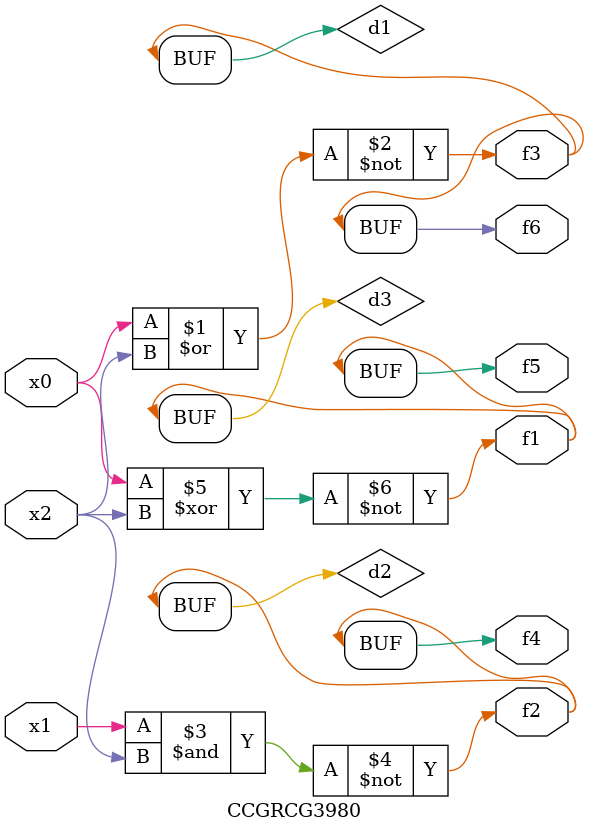
<source format=v>
module CCGRCG3980(
	input x0, x1, x2,
	output f1, f2, f3, f4, f5, f6
);

	wire d1, d2, d3;

	nor (d1, x0, x2);
	nand (d2, x1, x2);
	xnor (d3, x0, x2);
	assign f1 = d3;
	assign f2 = d2;
	assign f3 = d1;
	assign f4 = d2;
	assign f5 = d3;
	assign f6 = d1;
endmodule

</source>
